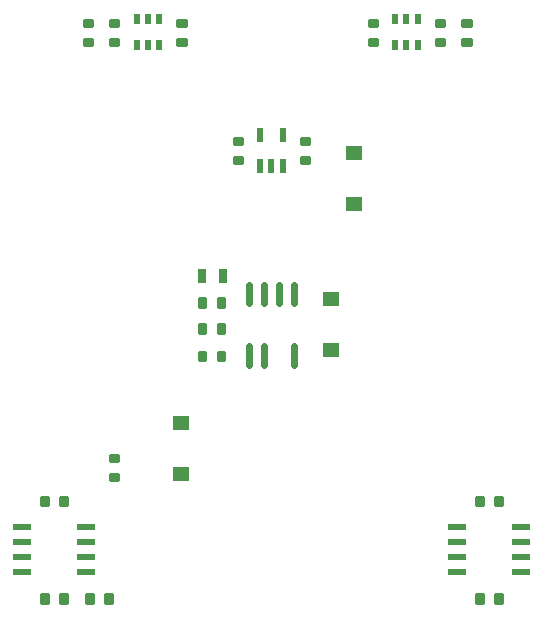
<source format=gtp>
G75*
%MOIN*%
%OFA0B0*%
%FSLAX24Y24*%
%IPPOS*%
%LPD*%
%AMOC8*
5,1,8,0,0,1.08239X$1,22.5*
%
%ADD10R,0.0197X0.0354*%
%ADD11C,0.0240*%
%ADD12R,0.0315X0.0472*%
%ADD13R,0.0610X0.0236*%
%ADD14R,0.0579X0.0500*%
%ADD15C,0.0094*%
%ADD16R,0.0217X0.0472*%
D10*
X009651Y019172D03*
X010025Y019172D03*
X010399Y019172D03*
X010399Y020038D03*
X010025Y020038D03*
X009651Y020038D03*
X018276Y020038D03*
X018650Y020038D03*
X019024Y020038D03*
X019024Y019172D03*
X018650Y019172D03*
X018276Y019172D03*
D11*
X014900Y011200D02*
X014900Y010570D01*
X014400Y010570D02*
X014400Y011200D01*
X013900Y011200D02*
X013900Y010570D01*
X013400Y010570D02*
X013400Y011200D01*
X013400Y009140D02*
X013400Y008510D01*
X013900Y008510D02*
X013900Y009140D01*
X014900Y009140D02*
X014900Y008510D01*
D12*
X012544Y011480D03*
X011835Y011480D03*
D13*
X005837Y001605D03*
X005837Y002105D03*
X005837Y002605D03*
X005837Y003105D03*
X007963Y003105D03*
X007963Y002605D03*
X007963Y002105D03*
X007963Y001605D03*
X020337Y001605D03*
X020337Y002105D03*
X020337Y002605D03*
X020337Y003105D03*
X022463Y003105D03*
X022463Y002605D03*
X022463Y002105D03*
X022463Y001605D03*
D14*
X016150Y009008D03*
X016150Y010701D03*
X016900Y013883D03*
X016900Y015576D03*
X011123Y006588D03*
X011123Y004895D03*
D15*
X009040Y004900D02*
X009040Y004680D01*
X008760Y004680D01*
X008760Y004900D01*
X009040Y004900D01*
X009040Y004773D02*
X008760Y004773D01*
X008760Y004866D02*
X009040Y004866D01*
X009040Y005310D02*
X009040Y005530D01*
X009040Y005310D02*
X008760Y005310D01*
X008760Y005530D01*
X009040Y005530D01*
X009040Y005403D02*
X008760Y005403D01*
X008760Y005496D02*
X009040Y005496D01*
X007325Y004120D02*
X007105Y004120D01*
X007325Y004120D02*
X007325Y003840D01*
X007105Y003840D01*
X007105Y004120D01*
X007105Y003933D02*
X007325Y003933D01*
X007325Y004026D02*
X007105Y004026D01*
X007105Y004119D02*
X007325Y004119D01*
X006695Y004120D02*
X006475Y004120D01*
X006695Y004120D02*
X006695Y003840D01*
X006475Y003840D01*
X006475Y004120D01*
X006475Y003933D02*
X006695Y003933D01*
X006695Y004026D02*
X006475Y004026D01*
X006475Y004119D02*
X006695Y004119D01*
X006695Y000590D02*
X006475Y000590D01*
X006475Y000870D01*
X006695Y000870D01*
X006695Y000590D01*
X006695Y000683D02*
X006475Y000683D01*
X006475Y000776D02*
X006695Y000776D01*
X006695Y000869D02*
X006475Y000869D01*
X007105Y000590D02*
X007325Y000590D01*
X007105Y000590D02*
X007105Y000870D01*
X007325Y000870D01*
X007325Y000590D01*
X007325Y000683D02*
X007105Y000683D01*
X007105Y000776D02*
X007325Y000776D01*
X007325Y000869D02*
X007105Y000869D01*
X007975Y000870D02*
X008195Y000870D01*
X008195Y000590D01*
X007975Y000590D01*
X007975Y000870D01*
X007975Y000683D02*
X008195Y000683D01*
X008195Y000776D02*
X007975Y000776D01*
X007975Y000869D02*
X008195Y000869D01*
X008605Y000870D02*
X008825Y000870D01*
X008825Y000590D01*
X008605Y000590D01*
X008605Y000870D01*
X008605Y000683D02*
X008825Y000683D01*
X008825Y000776D02*
X008605Y000776D01*
X008605Y000869D02*
X008825Y000869D01*
X011725Y008685D02*
X011945Y008685D01*
X011725Y008685D02*
X011725Y008965D01*
X011945Y008965D01*
X011945Y008685D01*
X011945Y008778D02*
X011725Y008778D01*
X011725Y008871D02*
X011945Y008871D01*
X011945Y008964D02*
X011725Y008964D01*
X012355Y008685D02*
X012575Y008685D01*
X012355Y008685D02*
X012355Y008965D01*
X012575Y008965D01*
X012575Y008685D01*
X012575Y008778D02*
X012355Y008778D01*
X012355Y008871D02*
X012575Y008871D01*
X012575Y008964D02*
X012355Y008964D01*
X012355Y009870D02*
X012575Y009870D01*
X012575Y009590D01*
X012355Y009590D01*
X012355Y009870D01*
X012355Y009683D02*
X012575Y009683D01*
X012575Y009776D02*
X012355Y009776D01*
X012355Y009869D02*
X012575Y009869D01*
X011945Y009870D02*
X011725Y009870D01*
X011945Y009870D02*
X011945Y009590D01*
X011725Y009590D01*
X011725Y009870D01*
X011725Y009683D02*
X011945Y009683D01*
X011945Y009776D02*
X011725Y009776D01*
X011725Y009869D02*
X011945Y009869D01*
X011945Y010745D02*
X011725Y010745D01*
X011945Y010745D02*
X011945Y010465D01*
X011725Y010465D01*
X011725Y010745D01*
X011725Y010558D02*
X011945Y010558D01*
X011945Y010651D02*
X011725Y010651D01*
X011725Y010744D02*
X011945Y010744D01*
X012355Y010745D02*
X012575Y010745D01*
X012575Y010465D01*
X012355Y010465D01*
X012355Y010745D01*
X012355Y010558D02*
X012575Y010558D01*
X012575Y010651D02*
X012355Y010651D01*
X012355Y010744D02*
X012575Y010744D01*
X012885Y015242D02*
X012885Y015462D01*
X013165Y015462D01*
X013165Y015242D01*
X012885Y015242D01*
X012885Y015335D02*
X013165Y015335D01*
X013165Y015428D02*
X012885Y015428D01*
X012885Y015872D02*
X012885Y016092D01*
X013165Y016092D01*
X013165Y015872D01*
X012885Y015872D01*
X012885Y015965D02*
X013165Y015965D01*
X013165Y016058D02*
X012885Y016058D01*
X015415Y016092D02*
X015415Y015872D01*
X015135Y015872D01*
X015135Y016092D01*
X015415Y016092D01*
X015415Y015965D02*
X015135Y015965D01*
X015135Y016058D02*
X015415Y016058D01*
X015415Y015462D02*
X015415Y015242D01*
X015135Y015242D01*
X015135Y015462D01*
X015415Y015462D01*
X015415Y015335D02*
X015135Y015335D01*
X015135Y015428D02*
X015415Y015428D01*
X017385Y019180D02*
X017385Y019400D01*
X017665Y019400D01*
X017665Y019180D01*
X017385Y019180D01*
X017385Y019273D02*
X017665Y019273D01*
X017665Y019366D02*
X017385Y019366D01*
X017385Y019810D02*
X017385Y020030D01*
X017665Y020030D01*
X017665Y019810D01*
X017385Y019810D01*
X017385Y019903D02*
X017665Y019903D01*
X017665Y019996D02*
X017385Y019996D01*
X019635Y020030D02*
X019635Y019810D01*
X019635Y020030D02*
X019915Y020030D01*
X019915Y019810D01*
X019635Y019810D01*
X019635Y019903D02*
X019915Y019903D01*
X019915Y019996D02*
X019635Y019996D01*
X019635Y019400D02*
X019635Y019180D01*
X019635Y019400D02*
X019915Y019400D01*
X019915Y019180D01*
X019635Y019180D01*
X019635Y019273D02*
X019915Y019273D01*
X019915Y019366D02*
X019635Y019366D01*
X020790Y019400D02*
X020790Y019180D01*
X020510Y019180D01*
X020510Y019400D01*
X020790Y019400D01*
X020790Y019273D02*
X020510Y019273D01*
X020510Y019366D02*
X020790Y019366D01*
X020790Y019810D02*
X020790Y020030D01*
X020790Y019810D02*
X020510Y019810D01*
X020510Y020030D01*
X020790Y020030D01*
X020790Y019903D02*
X020510Y019903D01*
X020510Y019996D02*
X020790Y019996D01*
X011290Y020030D02*
X011290Y019810D01*
X011010Y019810D01*
X011010Y020030D01*
X011290Y020030D01*
X011290Y019903D02*
X011010Y019903D01*
X011010Y019996D02*
X011290Y019996D01*
X011290Y019400D02*
X011290Y019180D01*
X011010Y019180D01*
X011010Y019400D01*
X011290Y019400D01*
X011290Y019273D02*
X011010Y019273D01*
X011010Y019366D02*
X011290Y019366D01*
X009040Y019400D02*
X009040Y019180D01*
X008760Y019180D01*
X008760Y019400D01*
X009040Y019400D01*
X009040Y019273D02*
X008760Y019273D01*
X008760Y019366D02*
X009040Y019366D01*
X009040Y019810D02*
X009040Y020030D01*
X009040Y019810D02*
X008760Y019810D01*
X008760Y020030D01*
X009040Y020030D01*
X009040Y019903D02*
X008760Y019903D01*
X008760Y019996D02*
X009040Y019996D01*
X007885Y020030D02*
X007885Y019810D01*
X007885Y020030D02*
X008165Y020030D01*
X008165Y019810D01*
X007885Y019810D01*
X007885Y019903D02*
X008165Y019903D01*
X008165Y019996D02*
X007885Y019996D01*
X007885Y019400D02*
X007885Y019180D01*
X007885Y019400D02*
X008165Y019400D01*
X008165Y019180D01*
X007885Y019180D01*
X007885Y019273D02*
X008165Y019273D01*
X008165Y019366D02*
X007885Y019366D01*
X020975Y004120D02*
X021195Y004120D01*
X021195Y003840D01*
X020975Y003840D01*
X020975Y004120D01*
X020975Y003933D02*
X021195Y003933D01*
X021195Y004026D02*
X020975Y004026D01*
X020975Y004119D02*
X021195Y004119D01*
X021605Y004120D02*
X021825Y004120D01*
X021825Y003840D01*
X021605Y003840D01*
X021605Y004120D01*
X021605Y003933D02*
X021825Y003933D01*
X021825Y004026D02*
X021605Y004026D01*
X021605Y004119D02*
X021825Y004119D01*
X021825Y000590D02*
X021605Y000590D01*
X021605Y000870D01*
X021825Y000870D01*
X021825Y000590D01*
X021825Y000683D02*
X021605Y000683D01*
X021605Y000776D02*
X021825Y000776D01*
X021825Y000869D02*
X021605Y000869D01*
X021195Y000590D02*
X020975Y000590D01*
X020975Y000870D01*
X021195Y000870D01*
X021195Y000590D01*
X021195Y000683D02*
X020975Y000683D01*
X020975Y000776D02*
X021195Y000776D01*
X021195Y000869D02*
X020975Y000869D01*
D16*
X014524Y015155D03*
X014150Y015155D03*
X013776Y015155D03*
X013776Y016179D03*
X014524Y016179D03*
M02*

</source>
